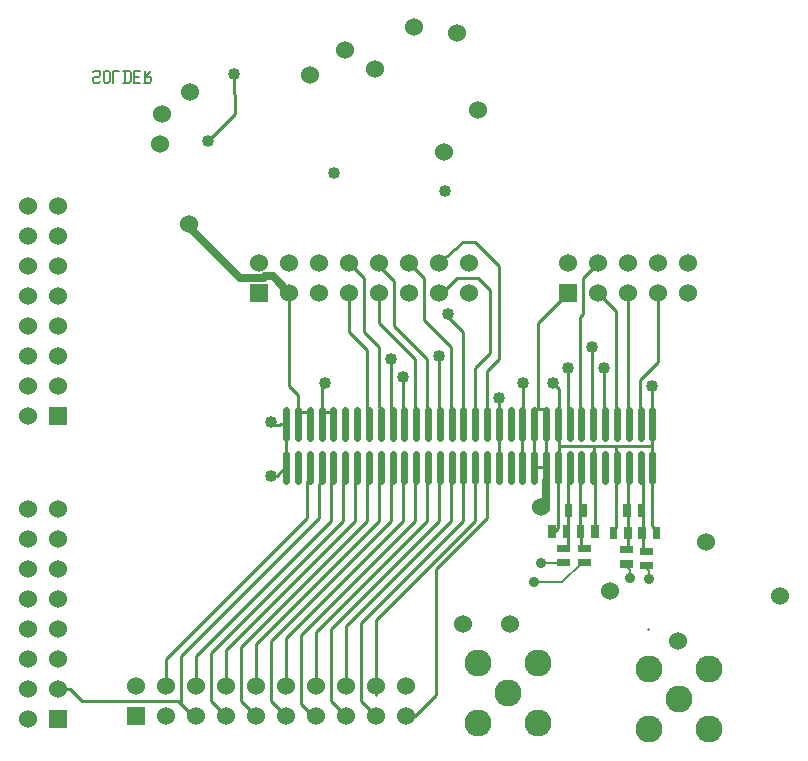
<source format=gbr>
G04 Title: TX Daughterboard, layergroup #1 *
G04 Creator: pcb-bin 1.99q *
G04 CreationDate: Fri Feb 10 03:52:58 2006 UTC *
G04 For: matt *
G04 Format: Gerber/RS-274X *
G04 PCB-Dimensions: 275000 250000 *
G04 PCB-Coordinate-Origin: lower left *
%MOIN*%
%FSLAX24Y24*%
G04 contains layers solder (0) *
%IPPOS*%
%ADD11C,0.0250*%
%ADD12C,0.0080*%
%ADD13C,0.0100*%
%ADD14R,0.0240X0.0240*%
%ADD15R,0.0440X0.0440*%
%ADD16R,0.0300X0.0300*%
%ADD17C,0.0060*%
%ADD18R,0.0540X0.0540*%
%ADD19R,0.0480X0.0480*%
%ADD20R,0.0680X0.0680*%
%ADD21C,0.0720*%
%ADD22C,0.0920X0.0720*%
%ADD23C,0.0920*%
%ADD24C,0.0240*%
%ADD25C,0.0340*%
%ADD26R,0.0200X0.0200*%
%ADD27R,0.0600X0.0600*%
%ADD28R,0.0660X0.0660*%
%ADD29R,0.0900X0.0900X0.0600X0.0600*%
%ADD30R,0.0900X0.0900*%
%ADD31C,0.0600*%
%ADD32C,0.0660*%
%AMTHERM1*7,0,0,0.0900,0.0600,0.0100,45*%
%ADD33THERM1*%
%ADD34C,0.0900X0.0600*%
%ADD35C,0.0900*%
%ADD36C,0.0200*%
%ADD37C,0.1200X0.0900*%
%ADD38C,0.1200*%
%ADD39C,0.0150*%
%AMTHERM2*7,0,0,0.1200,0.0900,0.0150,45*%
%ADD40THERM2*%
%ADD41C,0.0500*%
%ADD42R,0.0500X0.0500*%
%ADD43C,0.1320*%
%ADD44C,0.1520*%
%ADD45C,0.1520X0.1320*%
%ADD46C,0.0400*%
%ADD47C,0.0600X0.0400*%
%AMTHERM3*7,0,0,0.0600,0.0400,0.0100,45*%
%ADD48THERM3*%
%ADD49C,0.0800*%
%ADD50C,0.0800X0.0600*%
%ADD51C,0.0125*%
%AMTHERM4*7,0,0,0.0800,0.0600,0.0125,45*%
%ADD52THERM4*%
%ADD53C,0.0160*%
%AMTHERM5*7,0,0,0.0800,0.0600,0.0160,45*%
%ADD54THERM5*%
%ADD55C,0.0360*%
%ADD56C,0.0560*%
%ADD57C,0.0560X0.0360*%
%LNGROUP_0*%
%LPD*%
G01X0Y0D02*
G54D11*X18150Y9108D02*Y8200D01*
X18160Y9118D02*X18150Y9108D01*
G54D12*X18700Y5750D02*X17750D01*
X19360Y6410D02*X18700Y5750D01*
X18650Y6400D02*X18000D01*
X18660Y6410D02*X18650Y6400D01*
X21600Y6120D02*Y5850D01*
X21410Y6310D02*X21600Y6120D01*
X20950Y6170D02*Y5900D01*
X20760Y6360D02*X20950Y6170D01*
G54D13*X21560Y4210D02*X21550Y4200D01*
X20500Y10051D02*Y10300D01*
X20522Y10028D02*X20500Y10051D01*
X19750Y10043D02*Y10300D01*
X19735Y10028D02*X19750Y10043D01*
X21700Y10300D02*X18600D01*
X20500Y7580D02*Y9300D01*
X20410Y7490D02*X20500Y7580D01*
X21700Y7630D02*Y9250D01*
X21840Y7490D02*X21700Y7630D01*
X20900Y9102D02*Y6850D01*
X20916Y9118D02*X20900Y9102D01*
X21400Y9029D02*Y6800D01*
X21310Y9118D02*X21400Y9029D01*
X21700Y10567D02*Y9400D01*
X21704Y10571D02*X21700Y10567D01*
X18600Y10525D02*Y9700D01*
X18554Y10571D02*X18600Y10525D01*
X18550Y7550D02*Y9200D01*
X18360Y7360D02*X18550Y7550D01*
X19800Y9054D02*Y7450D01*
X19735Y9118D02*X19800Y9054D01*
X19310Y6940D02*Y7450D01*
X19360Y6890D02*X19310Y6940D01*
X19300Y9077D02*Y7350D01*
X19341Y9118D02*X19300Y9077D01*
X18900Y9070D02*Y6850D01*
X18948Y9118D02*X18900Y9070D01*
X18150Y9600D02*Y10850D01*
X17800Y9600D02*X18150D01*
X17750Y9550D02*X17800Y9600D01*
X17750Y10554D02*Y9550D01*
X17767Y10571D02*X17750Y10554D01*
X17350Y10547D02*Y9300D01*
X17373Y10571D02*X17350Y10547D01*
X7800Y21350D02*X7750Y22700D01*
X6900Y20450D02*X7800Y21350D01*
G54D11*X6250Y17600D02*Y17700D01*
X7950Y15900D02*X6250Y17600D01*
X8756Y15900D02*X7950D01*
X8806Y15950D02*X8756Y15900D01*
X9050Y15950D02*X8806D01*
X9600Y15400D02*X9050Y15950D01*
G54D13*X10000Y1700D02*Y4000D01*
X10400Y1300D02*X10000Y1700D01*
X10500Y1300D02*X10400D01*
X13399Y9118D02*X13400Y7800D01*
X2300Y2200D02*X1900D01*
X2700Y1800D02*X2300Y2200D01*
X9500Y2300D02*Y3900D01*
X13000Y7800D02*X12999Y9118D01*
X5900Y1800D02*X2700D01*
X6400Y1300D02*X5900Y1800D01*
X13400Y7800D02*X9500Y3900D01*
X9000Y1800D02*Y3800D01*
X9500Y1300D02*X9000Y1800D01*
X10500Y2300D02*Y4100D01*
X14500Y2000D02*Y6200D01*
X8500Y3700D02*X12600Y7800D01*
X8500Y2300D02*Y3700D01*
X12200Y7800D02*X12199Y9218D01*
X7500Y3500D02*X11800Y7800D01*
X11000Y1800D02*Y4200D01*
X14199Y9118D02*X14200Y7800D01*
X8000Y1800D02*Y3600D01*
X8500Y1300D02*X8000Y1800D01*
X11799Y9118D02*X11900Y9200D01*
X11800Y7800D02*X11799Y9118D01*
X21700Y12300D02*X21699Y11518D01*
X11500Y1300D02*X11000Y1800D01*
X12000Y6400D03*
X7500Y2300D02*Y3500D01*
X11399Y9118D02*X11500Y9200D01*
X11400Y7800D02*X11399Y9118D01*
X18900Y15400D02*X17900Y14400D01*
X17400Y11800D02*Y12400D01*
X18400D02*X18600Y12200D01*
X7000Y1800D02*Y3400D01*
X7500Y1300D02*X7000Y1800D01*
X11000Y7800D02*X10999Y9118D01*
X10000Y4000D02*X13800Y7800D01*
X10500Y4100D02*X14200Y7800D01*
X17399Y11518D02*X17400Y11900D01*
X6500Y2300D02*Y3300D01*
X10599Y9018D02*X10700Y9100D01*
X10600Y7900D02*X10599Y9018D01*
X7000Y3400D02*X11400Y7800D01*
X6000Y3300D02*X10600Y7900D01*
X6500Y3300D02*X11000Y7800D01*
X6000Y1700D02*Y3300D01*
X13799Y9118D02*X13800Y7800D01*
X6500Y1300D02*X6400D01*
X10199Y9118D02*X10300Y9200D01*
X10200Y7900D02*X10199Y9118D01*
X18599Y11418D02*X18600Y11900D01*
X10699Y11418D02*X10700Y12300D01*
X11099Y11418D02*X10699D01*
X5500Y2300D02*Y3200D01*
X11500Y4300D02*X15000Y7800D01*
X11000Y4200D02*X14600Y7800D01*
X14999Y9318D02*X15000Y7800D01*
X12500Y1300D02*X12000Y1800D01*
Y4400D01*
X15399Y9118D02*X15400Y7800D01*
X8000Y3600D02*X12200Y7800D01*
X18600Y12200D02*Y11800D01*
X17799Y11518D02*X18199D01*
X14599Y9118D02*X14600Y7800D01*
X5500Y3200D02*X10200Y7900D01*
X9000Y3800D02*X13000Y7800D01*
X12500Y4500D02*X15800Y7800D01*
X11500Y2300D02*Y4300D01*
X14500Y6200D02*X16200Y7900D01*
X12000Y4400D02*X15400Y7800D01*
X13399Y11518D02*X13400Y12600D01*
X12999Y11518D02*X13000Y13200D01*
X12599Y11618D02*X12700Y11500D01*
X12600Y13600D02*X12599Y11618D01*
X12100Y14100D02*X12600Y13600D01*
X12100Y15900D02*Y14100D01*
X11600Y16400D02*X12100Y15900D01*
X12200Y13500D02*X12199Y11418D01*
X11600Y14100D02*X12200Y13500D01*
X11600Y15400D02*Y14100D01*
X14600Y13300D02*X14599Y11518D01*
X15400Y14100D02*X15399Y11518D01*
X14900Y14600D02*X15400Y14100D01*
X14900Y14700D02*Y14600D01*
X15000Y13600D02*X14999Y11518D01*
X14100Y14500D02*X15000Y13600D01*
X14100Y15900D02*Y14500D01*
X13600Y16400D02*X14100Y15900D01*
X16200Y12800D02*X16199Y11518D01*
X16600Y13200D02*X16200Y12800D01*
X16600Y16300D02*Y13200D01*
X15800Y17100D02*X16600Y16300D01*
X15400Y17100D02*X15800D01*
X16300Y13400D02*X15800Y12900D01*
X16300Y15500D02*Y13400D01*
X15900Y15900D02*X16300Y15500D01*
X15200Y15900D02*X15900D01*
X14700Y15400D02*X15200Y15900D01*
X14600Y15400D02*X14700D01*
X12600Y16400D02*Y16300D01*
X13800Y13200D02*X13799Y11418D01*
X12600Y14400D02*X13800Y13200D01*
X12600Y15400D02*Y14400D01*
Y16300D02*X13100Y15800D01*
Y14300D01*
X15400Y17100D02*X14600Y16400D01*
X15800Y12900D02*X15799Y11518D01*
X13100Y14300D02*X14200Y13200D01*
X14199Y11518D01*
X9900Y12000D02*X9899Y11518D01*
X9600Y12300D02*X9900Y12000D01*
X9600Y15400D02*Y12300D01*
X10299Y11418D02*X9899D01*
X9200Y9300D02*X9499Y9618D01*
X19699Y11418D02*X19700Y13600D01*
X20099Y11518D02*X20100Y12900D01*
X20500Y14800D02*X19900Y15400D01*
X20499Y11518D02*X20500Y14800D01*
X20899Y11518D02*X20900Y15400D01*
X21900Y13100D02*Y15400D01*
X21300Y12500D02*X21900Y13100D01*
X21299Y11418D02*X21300Y12500D01*
X19400Y15900D02*X19900Y16400D01*
X19400Y14700D02*Y15900D01*
X19300Y14600D02*X19400Y14700D01*
X19299Y11418D02*X19300Y14600D01*
X18899Y11418D02*X18900Y12900D01*
X17899Y11518D02*X17900Y14400D01*
X10700Y12300D02*X10800Y12400D01*
X16599Y11418D02*Y9118D01*
Y11318D02*X16600Y11900D01*
X9000Y9300D02*X9200D01*
X9100Y11000D02*X9000Y11100D01*
X9499Y11018D02*X9100Y11000D01*
X12599Y9118D02*X12600Y7800D01*
X16199Y9118D02*X16200Y7900D01*
X12500Y2000D02*Y4500D01*
X13800Y1300D02*X14500Y2000D01*
X9499Y9218D02*Y11418D01*
X13500Y1300D02*X13800D01*
X15799Y9118D02*X15800Y7800D01*
G04 Text: SOLDER *
G54D12*X3250Y22400D02*X3300Y22450D01*
X3100Y22400D02*X3250D01*
X3050Y22450D02*X3100Y22400D01*
X3050Y22450D02*Y22550D01*
X3100Y22600D01*
X3250D01*
X3300Y22650D01*
Y22750D01*
X3250Y22800D02*X3300Y22750D01*
X3100Y22800D02*X3250D01*
X3050Y22750D02*X3100Y22800D01*
X3420Y22450D02*Y22750D01*
Y22450D02*X3470Y22400D01*
X3570D01*
X3620Y22450D01*
Y22750D01*
X3570Y22800D02*X3620Y22750D01*
X3470Y22800D02*X3570D01*
X3420Y22750D02*X3470Y22800D01*
X3740Y22400D02*Y22800D01*
X3940D01*
X4110Y22400D02*Y22800D01*
X4260Y22400D02*X4310Y22450D01*
Y22750D01*
X4260Y22800D02*X4310Y22750D01*
X4060Y22800D02*X4260D01*
X4060Y22400D02*X4260D01*
X4430Y22600D02*X4580D01*
X4430Y22800D02*X4630D01*
X4430Y22400D02*Y22800D01*
Y22400D02*X4630D01*
X4750D02*X4950D01*
X5000Y22450D01*
Y22550D01*
X4950Y22600D02*X5000Y22550D01*
X4800Y22600D02*X4950D01*
X4800Y22400D02*Y22800D01*
Y22600D02*X5000Y22800D01*
G54D27*X1900Y1200D03*
G54D31*X900D03*
X1900Y2200D03*
X900D03*
X1900Y3200D03*
X900D03*
X1900Y4200D03*
X900D03*
X1900Y5200D03*
X900D03*
X1900Y6200D03*
X900D03*
X1900Y7200D03*
X900D03*
X1900Y8200D03*
X900D03*
G54D27*X4500Y1300D03*
G54D31*Y2300D03*
X5500Y1300D03*
Y2300D03*
X6500Y1300D03*
Y2300D03*
X7500Y1300D03*
Y2300D03*
X8500Y1300D03*
Y2300D03*
X9500Y1300D03*
Y2300D03*
X10500Y1300D03*
Y2300D03*
X11500Y1300D03*
Y2300D03*
X12500Y1300D03*
Y2300D03*
X13500Y1300D03*
Y2300D03*
G54D27*X18900Y15400D03*
G54D31*Y16400D03*
X19900Y15400D03*
Y16400D03*
X20900Y15400D03*
Y16400D03*
X21900Y15400D03*
Y16400D03*
X22900Y15400D03*
Y16400D03*
G54D35*X22600Y1850D03*
X21600Y850D03*
Y2850D03*
X23600Y850D03*
Y2850D03*
G54D27*X8600Y15400D03*
G54D31*Y16400D03*
X9600Y15400D03*
Y16400D03*
X10600Y15400D03*
Y16400D03*
X11600Y15400D03*
Y16400D03*
X12600Y15400D03*
Y16400D03*
X13600Y15400D03*
Y16400D03*
X14600Y15400D03*
Y16400D03*
X15600Y15400D03*
Y16400D03*
G54D35*X16900Y2050D03*
X15900Y1050D03*
Y3050D03*
X17900Y1050D03*
Y3050D03*
G54D27*X1900Y11300D03*
G54D31*X900D03*
X1900Y12300D03*
X900D03*
X1900Y13300D03*
X900D03*
X1900Y14300D03*
X900D03*
X1900Y15300D03*
X900D03*
X1900Y16300D03*
X900D03*
X1900Y17300D03*
X900D03*
X1900Y18300D03*
X900D03*
G54D46*X11100Y19400D03*
X16600Y11900D03*
X18900Y12900D03*
X20100D03*
X19700Y13600D03*
X14900Y14700D03*
X14600Y13300D03*
X13000Y13200D03*
X13400Y12600D03*
X10800Y12400D03*
X9000Y9300D03*
X18400Y12400D03*
X17400D03*
X14800Y18800D03*
X9000Y11100D03*
G54D31*X6250Y17700D03*
X5300Y20350D03*
X5350Y21350D03*
X6300Y22100D03*
X10300Y22650D03*
X11450Y23500D03*
X12450Y22850D03*
X15200Y24050D03*
X15900Y21500D03*
G54D46*X6900Y20450D03*
X7750Y22700D03*
X21700Y12300D03*
G54D31*X25950Y5300D03*
X15400Y4350D03*
X20300Y5450D03*
G54D55*X20950Y5900D03*
X21600Y5850D03*
X18000Y6400D03*
X17750Y5750D03*
G54D31*X14750Y20100D03*
X16950Y4350D03*
X13750Y24250D03*
X18000Y8250D03*
X23500Y7100D03*
X22550Y3800D03*
G54D14*X19310Y7540D02*Y7360D01*
X19790Y7540D02*Y7360D01*
G54D24*X9499Y10028D02*Y9118D01*
X21704Y11481D02*Y10571D01*
X10286Y10028D02*Y9118D01*
X9893Y10028D02*Y9118D01*
X10680Y10028D02*Y9118D01*
X9499Y11481D02*Y10571D01*
X11074Y10028D02*Y9118D01*
X10286Y11481D02*Y10571D01*
X11467Y10028D02*Y9118D01*
X10680Y11481D02*Y10571D01*
X11861Y10028D02*Y9118D01*
X11074Y11481D02*Y10571D01*
X12255Y10028D02*Y9118D01*
X11467Y11481D02*Y10571D01*
X12648Y10028D02*Y9118D01*
X11861Y11481D02*Y10571D01*
X13042Y10028D02*Y9118D01*
X12255Y11481D02*Y10571D01*
X13436Y10028D02*Y9118D01*
X12648Y11481D02*Y10571D01*
X13042Y11481D02*Y10571D01*
X13436Y11481D02*Y10571D01*
X13830Y11481D02*Y10571D01*
X14223Y11481D02*Y10571D01*
X14617Y11481D02*Y10571D01*
X15011Y11481D02*Y10571D01*
X15404Y11481D02*Y10571D01*
X15798Y11481D02*Y10571D01*
X16192Y11481D02*Y10571D01*
X16585Y11481D02*Y10571D01*
X16979Y11481D02*Y10571D01*
X17373Y11481D02*Y10571D01*
X17767Y11481D02*Y10571D01*
X18160Y11481D02*Y10571D01*
X18554Y11481D02*Y10571D01*
X19341Y11481D02*Y10571D01*
X18948Y11481D02*Y10571D01*
X19735Y11481D02*Y10571D01*
X20129Y11481D02*Y10571D01*
X20522Y11481D02*Y10571D01*
X20916Y11481D02*Y10571D01*
X9893Y11481D02*Y10571D01*
X13830Y10028D02*Y9118D01*
X14223Y10028D02*Y9118D01*
X14617Y10028D02*Y9118D01*
X15011Y10028D02*Y9118D01*
X15404Y10028D02*Y9118D01*
X15798Y10028D02*Y9118D01*
X16192Y10028D02*Y9118D01*
X16585Y10028D02*Y9118D01*
X16979Y10028D02*Y9118D01*
X17373Y10028D02*Y9118D01*
X17767Y10028D02*Y9118D01*
X18160Y10028D02*Y9118D01*
X18554Y10028D02*Y9118D01*
X18948Y10028D02*Y9118D01*
X19341Y10028D02*Y9118D01*
X19735Y10028D02*Y9118D01*
X20129Y10028D02*Y9118D01*
X20522Y10028D02*Y9118D01*
X20916Y10028D02*Y9118D01*
X21310Y10028D02*Y9118D01*
X21704Y10028D02*Y9118D01*
X21310Y11481D02*Y10571D01*
G54D14*X19390Y8240D02*Y8060D01*
X18910Y8240D02*Y8060D01*
X20860Y8240D02*Y8060D01*
X21340Y8240D02*Y8060D01*
X19360Y6410D02*X19540D01*
X19360Y6890D02*X19540D01*
X18660Y6410D02*X18840D01*
X18660Y6890D02*X18840D01*
X20760Y6360D02*X20940D01*
X20760Y6840D02*X20940D01*
X21410Y6310D02*X21590D01*
X21410Y6790D02*X21590D01*
X20890Y7490D02*Y7310D01*
X20410Y7490D02*Y7310D01*
X21360Y7490D02*Y7310D01*
X21840Y7490D02*Y7310D01*
X18840Y7540D02*Y7360D01*
X18360Y7540D02*Y7360D01*
M02*

</source>
